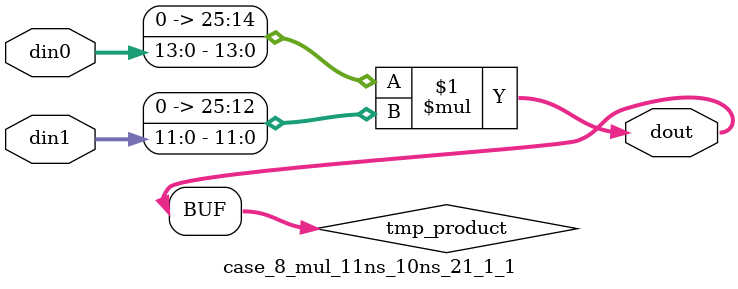
<source format=v>

`timescale 1 ns / 1 ps

 (* use_dsp = "no" *)  module case_8_mul_11ns_10ns_21_1_1(din0, din1, dout);
parameter ID = 1;
parameter NUM_STAGE = 0;
parameter din0_WIDTH = 14;
parameter din1_WIDTH = 12;
parameter dout_WIDTH = 26;

input [din0_WIDTH - 1 : 0] din0; 
input [din1_WIDTH - 1 : 0] din1; 
output [dout_WIDTH - 1 : 0] dout;

wire signed [dout_WIDTH - 1 : 0] tmp_product;
























assign tmp_product = $signed({1'b0, din0}) * $signed({1'b0, din1});











assign dout = tmp_product;





















endmodule

</source>
